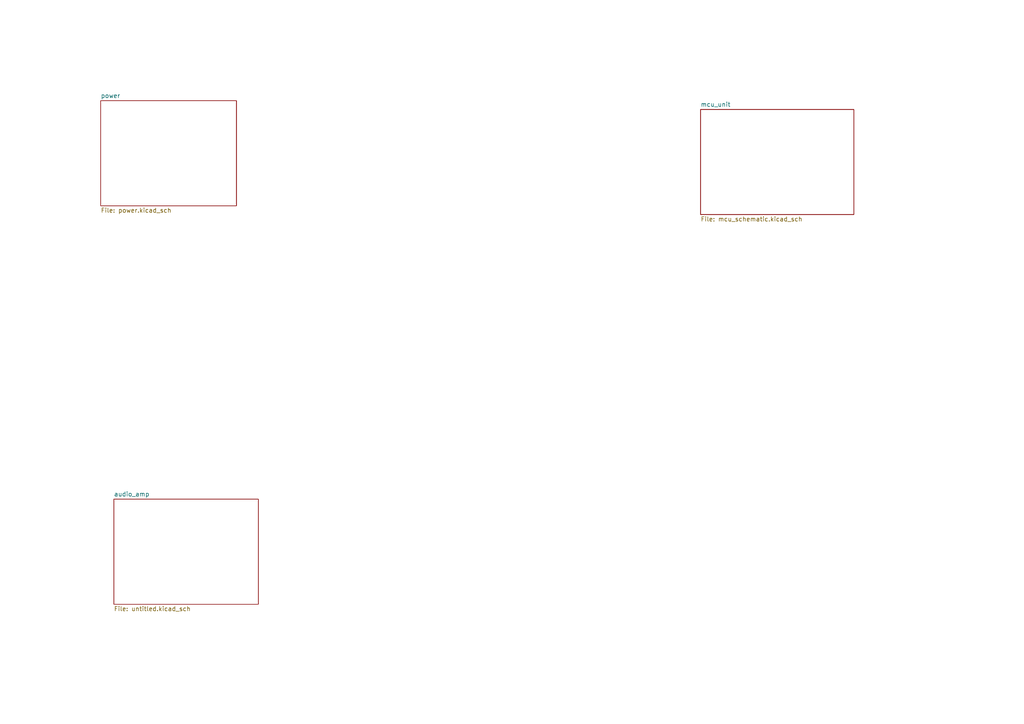
<source format=kicad_sch>
(kicad_sch
	(version 20250114)
	(generator "eeschema")
	(generator_version "9.0")
	(uuid "2e22a617-e9e9-4deb-b0d2-03da1faa5147")
	(paper "A4")
	(lib_symbols)
	(sheet
		(at 33.02 144.78)
		(size 41.91 30.48)
		(exclude_from_sim no)
		(in_bom yes)
		(on_board yes)
		(dnp no)
		(fields_autoplaced yes)
		(stroke
			(width 0.1524)
			(type solid)
		)
		(fill
			(color 0 0 0 0.0000)
		)
		(uuid "0f27f492-723c-4b27-8e33-e2e52c252921")
		(property "Sheetname" "audio_amp"
			(at 33.02 144.0684 0)
			(effects
				(font
					(size 1.27 1.27)
				)
				(justify left bottom)
			)
		)
		(property "Sheetfile" "untitled.kicad_sch"
			(at 33.02 175.8446 0)
			(effects
				(font
					(size 1.27 1.27)
				)
				(justify left top)
			)
		)
		(instances
			(project "Mixed_Signals"
				(path "/2e22a617-e9e9-4deb-b0d2-03da1faa5147"
					(page "3")
				)
			)
		)
	)
	(sheet
		(at 203.2 31.75)
		(size 44.45 30.48)
		(exclude_from_sim no)
		(in_bom yes)
		(on_board yes)
		(dnp no)
		(fields_autoplaced yes)
		(stroke
			(width 0.1524)
			(type solid)
		)
		(fill
			(color 0 0 0 0.0000)
		)
		(uuid "2b1b6019-9328-4d81-84dd-1da4a920573e")
		(property "Sheetname" "mcu_unit"
			(at 203.2 31.0384 0)
			(effects
				(font
					(size 1.27 1.27)
				)
				(justify left bottom)
			)
		)
		(property "Sheetfile" "mcu_schematic.kicad_sch"
			(at 203.2 62.8146 0)
			(effects
				(font
					(size 1.27 1.27)
				)
				(justify left top)
			)
		)
		(instances
			(project "Mixed_Signals"
				(path "/2e22a617-e9e9-4deb-b0d2-03da1faa5147"
					(page "4")
				)
			)
		)
	)
	(sheet
		(at 29.21 29.21)
		(size 39.37 30.48)
		(exclude_from_sim no)
		(in_bom yes)
		(on_board yes)
		(dnp no)
		(fields_autoplaced yes)
		(stroke
			(width 0.1524)
			(type solid)
		)
		(fill
			(color 0 0 0 0.0000)
		)
		(uuid "9640df91-4374-4f60-a48c-a90bbdecf843")
		(property "Sheetname" "power"
			(at 29.21 28.4984 0)
			(effects
				(font
					(size 1.27 1.27)
				)
				(justify left bottom)
			)
		)
		(property "Sheetfile" "power.kicad_sch"
			(at 29.21 60.2746 0)
			(effects
				(font
					(size 1.27 1.27)
				)
				(justify left top)
			)
		)
		(instances
			(project "Mixed_Signals"
				(path "/2e22a617-e9e9-4deb-b0d2-03da1faa5147"
					(page "2")
				)
			)
		)
	)
	(sheet_instances
		(path "/"
			(page "1")
		)
	)
	(embedded_fonts no)
)

</source>
